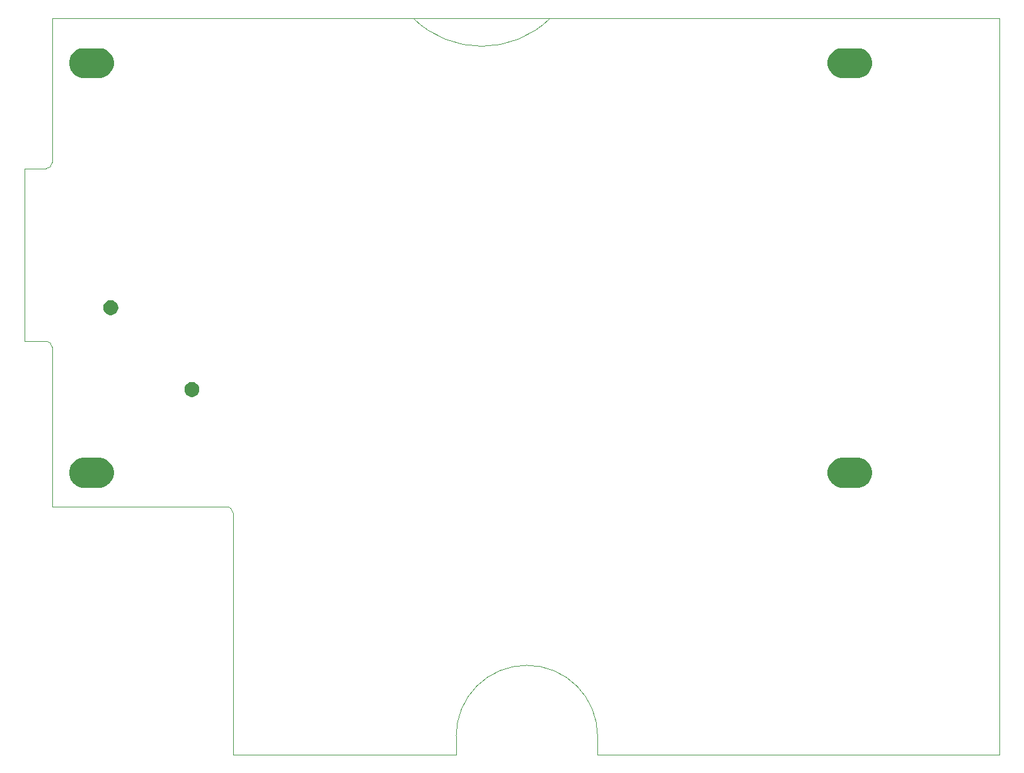
<source format=gbr>
%TF.GenerationSoftware,Altium Limited,Altium Designer,21.8.1 (53)*%
G04 Layer_Color=0*
%FSLAX44Y44*%
%MOMM*%
%TF.SameCoordinates,7F64D663-138A-43EE-959F-A6C52CD44D1D*%
%TF.FilePolarity,Positive*%
%TF.FileFunction,Profile,NP*%
%TF.Part,Single*%
G01*
G75*
%TA.AperFunction,Profile*%
%ADD10C,0.0254*%
G36*
X215000Y490985D02*
X215000Y490000D01*
X215384Y488068D01*
X216138Y486248D01*
X217232Y484610D01*
X218625Y483217D01*
X220263Y482123D01*
X222083Y481369D01*
X224015Y480985D01*
X225000Y480985D01*
X225985Y480985D01*
X227917Y481369D01*
X229737Y482123D01*
X231375Y483217D01*
X232768Y484610D01*
X233862Y486248D01*
X234616Y488068D01*
X235000Y490000D01*
X235000Y490985D01*
X235000Y491970D01*
X234616Y493902D01*
X233862Y495722D01*
X232768Y497360D01*
X231375Y498753D01*
X229737Y499847D01*
X227917Y500601D01*
X225985Y500985D01*
X225000Y500985D01*
X224015Y500985D01*
X222083Y500601D01*
X220263Y499847D01*
X218625Y498753D01*
X217232Y497360D01*
X216138Y495722D01*
X215384Y493902D01*
X215000Y491970D01*
X215000Y490985D01*
X215000Y490985D01*
X215000Y490985D01*
X215000Y490985D01*
X215000Y490985D02*
G37*
G36*
X106000Y601000D02*
X106000Y600015D01*
X106384Y598083D01*
X107138Y596263D01*
X108232Y594625D01*
X109625Y593232D01*
X111263Y592138D01*
X113083Y591384D01*
X115015Y591000D01*
X116000Y591000D01*
X116985Y591000D01*
X118917Y591384D01*
X120737Y592138D01*
X122375Y593232D01*
X123767Y594625D01*
X124862Y596263D01*
X125616Y598083D01*
X126000Y600015D01*
X126000Y601000D01*
X126000Y601985D01*
X125616Y603917D01*
X124862Y605737D01*
X123767Y607375D01*
X122375Y608768D01*
X120737Y609862D01*
X118917Y610616D01*
X116985Y611000D01*
X116000Y611000D01*
X115015Y611000D01*
X113083Y610616D01*
X111263Y609862D01*
X109625Y608768D01*
X108232Y607375D01*
X107138Y605737D01*
X106384Y603917D01*
X106000Y601985D01*
X106000Y601000D01*
X106000Y601000D01*
X106000Y601000D01*
X106000Y601000D01*
X106000Y601000D02*
G37*
G36*
X60000Y379000D02*
X60000Y377030D01*
X60769Y373166D01*
X62276Y369526D01*
X64465Y366251D01*
X67251Y363465D01*
X70526Y361276D01*
X74166Y359769D01*
X78030Y359000D01*
X80000Y359000D01*
X80000Y359000D01*
X100000Y359000D01*
X101970Y359000D01*
X105834Y359769D01*
X109473Y361276D01*
X112749Y363465D01*
X115535Y366251D01*
X117724Y369526D01*
X119231Y373166D01*
X120000Y377030D01*
X120000Y379000D01*
X120000Y380970D01*
X119231Y384834D01*
X117724Y388474D01*
X115535Y391749D01*
X112749Y394535D01*
X109473Y396724D01*
X105834Y398231D01*
X101970Y399000D01*
X100000Y399000D01*
X100000Y399000D01*
X80000Y399000D01*
X78030Y399000D01*
X74166Y398231D01*
X70526Y396724D01*
X67251Y394535D01*
X64465Y391749D01*
X62276Y388474D01*
X60769Y384834D01*
X60000Y380970D01*
X60000Y379000D01*
X60000Y379000D01*
X60000Y379000D02*
G37*
G36*
X60000Y930000D02*
X60000Y928030D01*
X60769Y924166D01*
X62276Y920526D01*
X64465Y917251D01*
X67251Y914465D01*
X70526Y912276D01*
X74166Y910769D01*
X78030Y910000D01*
X80000Y910000D01*
X80000Y910000D01*
X100000Y910000D01*
X101970Y910000D01*
X105834Y910769D01*
X109474Y912276D01*
X112749Y914465D01*
X115535Y917251D01*
X117724Y920526D01*
X119231Y924166D01*
X120000Y928030D01*
X120000Y930000D01*
X120000Y931970D01*
X119231Y935834D01*
X117724Y939473D01*
X115535Y942749D01*
X112749Y945535D01*
X109473Y947724D01*
X105834Y949231D01*
X101970Y950000D01*
X100000Y950000D01*
X100000Y950000D01*
X80000Y950000D01*
X78030Y950000D01*
X74166Y949231D01*
X70526Y947724D01*
X67251Y945535D01*
X64465Y942749D01*
X62276Y939473D01*
X60769Y935834D01*
X60000Y931970D01*
X60000Y930000D01*
X60000Y930000D01*
X60000Y930000D02*
G37*
G36*
X1079000Y379000D02*
X1079000Y377030D01*
X1079769Y373166D01*
X1081276Y369526D01*
X1083465Y366251D01*
X1086251Y363465D01*
X1089526Y361276D01*
X1093166Y359769D01*
X1097030Y359000D01*
X1099000Y359000D01*
X1099000Y359000D01*
X1119000Y359000D01*
X1120970Y359000D01*
X1124834Y359769D01*
X1128474Y361276D01*
X1131749Y363465D01*
X1134535Y366251D01*
X1136724Y369526D01*
X1138231Y373166D01*
X1139000Y377030D01*
X1139000Y379000D01*
X1139000Y380970D01*
X1138231Y384834D01*
X1136724Y388474D01*
X1134535Y391749D01*
X1131749Y394535D01*
X1128474Y396724D01*
X1124834Y398231D01*
X1120970Y399000D01*
X1119000Y399000D01*
X1119000Y399000D01*
X1099000Y399000D01*
X1097030Y399000D01*
X1093166Y398231D01*
X1089526Y396724D01*
X1086251Y394535D01*
X1083465Y391749D01*
X1081276Y388474D01*
X1079769Y384834D01*
X1079000Y380970D01*
X1079000Y379000D01*
X1079000Y379000D01*
X1079000Y379000D02*
G37*
G36*
X1079000Y930000D02*
X1079000Y928030D01*
X1079769Y924166D01*
X1081276Y920526D01*
X1083465Y917251D01*
X1086251Y914465D01*
X1089526Y912276D01*
X1093166Y910769D01*
X1097030Y910000D01*
X1099000Y910000D01*
X1099000Y910000D01*
X1119000Y910000D01*
X1120970Y910000D01*
X1124834Y910769D01*
X1128474Y912276D01*
X1131749Y914465D01*
X1134535Y917251D01*
X1136724Y920526D01*
X1138231Y924166D01*
X1139000Y928030D01*
X1139000Y930000D01*
X1139000Y931970D01*
X1138231Y935834D01*
X1136724Y939473D01*
X1134535Y942749D01*
X1131749Y945535D01*
X1128474Y947724D01*
X1124834Y949231D01*
X1120970Y950000D01*
X1119000Y950000D01*
X1119000Y950000D01*
X1099000Y950000D01*
X1097030Y950000D01*
X1093166Y949231D01*
X1089526Y947724D01*
X1086251Y945535D01*
X1083465Y942749D01*
X1081276Y939473D01*
X1079769Y935834D01*
X1079000Y931970D01*
X1079000Y930000D01*
X1079000Y930000D01*
X1079000Y930000D02*
G37*
D10*
X522500Y990000D02*
G03*
X706250Y990000I91875J94143D01*
G01*
X257250Y990000D01*
X1310000Y990000D01*
X1310000Y0D01*
X770000Y0D01*
X770000Y24999D01*
X770000Y24999D02*
G03*
X675000Y120000I-94999J2D01*
G01*
X675000Y120000D02*
G03*
X580000Y25000I-3J-94997D01*
G01*
X580000Y0D01*
X280000Y0D01*
X280000Y325000D01*
X280000Y325000D02*
G03*
X272000Y333000I-7998J2D01*
G01*
X37000Y333000D01*
X37000Y548000D01*
X37000Y548000D02*
G03*
X29000Y556000I-7998J2D01*
G01*
X0Y556000D01*
X0Y788000D01*
X29000Y788000D01*
X29000Y788000D02*
G03*
X37000Y796000I0J8000D01*
G01*
X37000Y990000D01*
X522500Y990000D01*
%TF.MD5,c86feb8ddcca20c70d45d2dbef01946d*%
M02*

</source>
